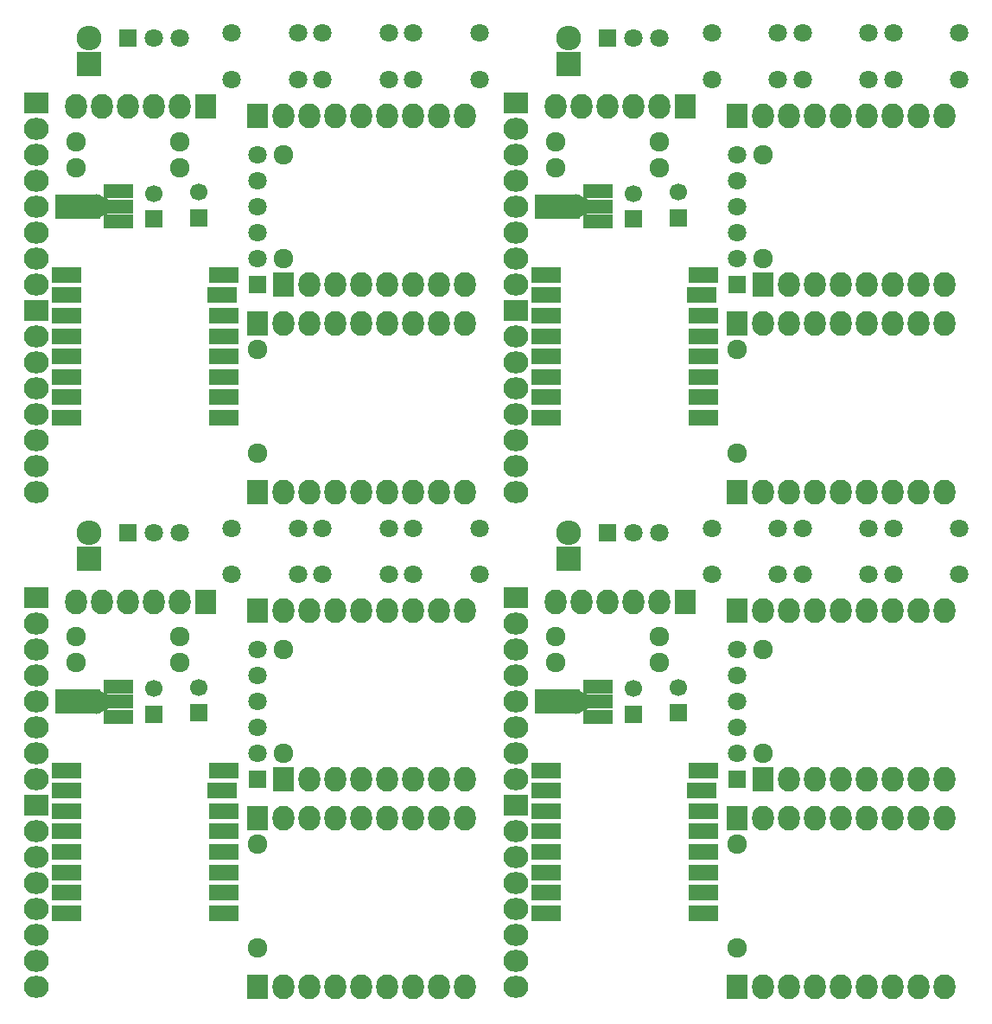
<source format=gbs>
G04 #@! TF.FileFunction,Soldermask,Bot*
%FSLAX46Y46*%
G04 Gerber Fmt 4.6, Leading zero omitted, Abs format (unit mm)*
G04 Created by KiCad (PCBNEW 4.0.2-stable) date Thursday, August 11, 2016 'pmt' 07:15:48 pm*
%MOMM*%
G01*
G04 APERTURE LIST*
%ADD10C,0.100000*%
%ADD11R,2.901900X1.400760*%
%ADD12R,4.400500X2.398980*%
%ADD13R,2.900000X1.500000*%
%ADD14R,2.127200X2.432000*%
%ADD15O,2.127200X2.432000*%
%ADD16R,1.797000X1.797000*%
%ADD17C,1.797000*%
%ADD18R,2.432000X2.432000*%
%ADD19O,2.432000X2.432000*%
%ADD20C,1.924000*%
%ADD21R,1.700000X1.700000*%
%ADD22C,1.700000*%
%ADD23R,2.432000X2.127200*%
%ADD24O,2.432000X2.127200*%
G04 APERTURE END LIST*
D10*
D11*
X70522940Y-79383860D03*
X70522940Y-80885000D03*
X70522940Y-82386140D03*
D12*
X66570700Y-80885000D03*
D10*
G36*
X69494850Y-81585380D02*
X68345550Y-82085760D01*
X68345550Y-79684240D01*
X69494850Y-80184620D01*
X69494850Y-81585380D01*
X69494850Y-81585380D01*
G37*
D11*
X23522940Y-79383860D03*
X23522940Y-80885000D03*
X23522940Y-82386140D03*
D12*
X19570700Y-80885000D03*
D10*
G36*
X22494850Y-81585380D02*
X21345550Y-82085760D01*
X21345550Y-79684240D01*
X22494850Y-80184620D01*
X22494850Y-81585380D01*
X22494850Y-81585380D01*
G37*
D11*
X70522940Y-30883860D03*
X70522940Y-32385000D03*
X70522940Y-33886140D03*
D12*
X66570700Y-32385000D03*
D10*
G36*
X69494850Y-33085380D02*
X68345550Y-33585760D01*
X68345550Y-31184240D01*
X69494850Y-31684620D01*
X69494850Y-33085380D01*
X69494850Y-33085380D01*
G37*
D13*
X65426200Y-101586000D03*
X65426200Y-99586000D03*
X65426200Y-97586000D03*
X65426200Y-95586000D03*
X65426200Y-93586000D03*
X65426200Y-91586000D03*
X65426200Y-89586000D03*
X65426200Y-87586000D03*
X80826200Y-87586000D03*
X80726200Y-89586000D03*
X80826200Y-91586000D03*
X80826200Y-93586000D03*
X80826200Y-95586000D03*
X80826200Y-97586000D03*
X80826200Y-99586000D03*
X80826200Y-101586000D03*
X18426200Y-101586000D03*
X18426200Y-99586000D03*
X18426200Y-97586000D03*
X18426200Y-95586000D03*
X18426200Y-93586000D03*
X18426200Y-91586000D03*
X18426200Y-89586000D03*
X18426200Y-87586000D03*
X33826200Y-87586000D03*
X33726200Y-89586000D03*
X33826200Y-91586000D03*
X33826200Y-93586000D03*
X33826200Y-95586000D03*
X33826200Y-97586000D03*
X33826200Y-99586000D03*
X33826200Y-101586000D03*
X65426200Y-53086000D03*
X65426200Y-51086000D03*
X65426200Y-49086000D03*
X65426200Y-47086000D03*
X65426200Y-45086000D03*
X65426200Y-43086000D03*
X65426200Y-41086000D03*
X65426200Y-39086000D03*
X80826200Y-39086000D03*
X80726200Y-41086000D03*
X80826200Y-43086000D03*
X80826200Y-45086000D03*
X80826200Y-47086000D03*
X80826200Y-49086000D03*
X80826200Y-51086000D03*
X80826200Y-53086000D03*
D14*
X79080200Y-71106000D03*
D15*
X76540200Y-71106000D03*
X74000200Y-71106000D03*
X71460200Y-71106000D03*
X68920200Y-71106000D03*
X66380200Y-71106000D03*
D14*
X32080200Y-71106000D03*
D15*
X29540200Y-71106000D03*
X27000200Y-71106000D03*
X24460200Y-71106000D03*
X21920200Y-71106000D03*
X19380200Y-71106000D03*
D14*
X79080200Y-22606000D03*
D15*
X76540200Y-22606000D03*
X74000200Y-22606000D03*
X71460200Y-22606000D03*
X68920200Y-22606000D03*
X66380200Y-22606000D03*
D16*
X71485600Y-64375000D03*
D17*
X74025600Y-64375000D03*
X76565600Y-64375000D03*
D16*
X24485600Y-64375000D03*
D17*
X27025600Y-64375000D03*
X29565600Y-64375000D03*
D16*
X71485600Y-15875000D03*
D17*
X74025600Y-15875000D03*
X76565600Y-15875000D03*
D18*
X67675600Y-66915000D03*
D19*
X67675600Y-64375000D03*
D18*
X20675600Y-66915000D03*
D19*
X20675600Y-64375000D03*
D18*
X67675600Y-18415000D03*
D19*
X67675600Y-15875000D03*
D17*
X105940700Y-63939000D03*
X105940700Y-68439000D03*
X99440700Y-63939000D03*
X99440700Y-68439000D03*
X58940700Y-63939000D03*
X58940700Y-68439000D03*
X52440700Y-63939000D03*
X52440700Y-68439000D03*
X105940700Y-15439000D03*
X105940700Y-19939000D03*
X99440700Y-15439000D03*
X99440700Y-19939000D03*
X97050700Y-63939000D03*
X97050700Y-68439000D03*
X90550700Y-63939000D03*
X90550700Y-68439000D03*
X50050700Y-63939000D03*
X50050700Y-68439000D03*
X43550700Y-63939000D03*
X43550700Y-68439000D03*
X97050700Y-15439000D03*
X97050700Y-19939000D03*
X90550700Y-15439000D03*
X90550700Y-19939000D03*
D14*
X84160200Y-71995000D03*
D15*
X86700200Y-71995000D03*
X89240200Y-71995000D03*
X91780200Y-71995000D03*
X94320200Y-71995000D03*
X96860200Y-71995000D03*
X99400200Y-71995000D03*
X101940200Y-71995000D03*
X104480200Y-71995000D03*
D14*
X37160200Y-71995000D03*
D15*
X39700200Y-71995000D03*
X42240200Y-71995000D03*
X44780200Y-71995000D03*
X47320200Y-71995000D03*
X49860200Y-71995000D03*
X52400200Y-71995000D03*
X54940200Y-71995000D03*
X57480200Y-71995000D03*
D14*
X84160200Y-23495000D03*
D15*
X86700200Y-23495000D03*
X89240200Y-23495000D03*
X91780200Y-23495000D03*
X94320200Y-23495000D03*
X96860200Y-23495000D03*
X99400200Y-23495000D03*
X101940200Y-23495000D03*
X104480200Y-23495000D03*
D17*
X88160700Y-63939000D03*
X88160700Y-68439000D03*
X81660700Y-63939000D03*
X81660700Y-68439000D03*
X41160700Y-63939000D03*
X41160700Y-68439000D03*
X34660700Y-63939000D03*
X34660700Y-68439000D03*
X88160700Y-15439000D03*
X88160700Y-19939000D03*
X81660700Y-15439000D03*
X81660700Y-19939000D03*
D20*
X66405600Y-77075000D03*
X76565600Y-77075000D03*
X19405600Y-77075000D03*
X29565600Y-77075000D03*
X66405600Y-28575000D03*
X76565600Y-28575000D03*
D21*
X74000200Y-82115000D03*
D22*
X74000200Y-79615000D03*
D21*
X27000200Y-82115000D03*
D22*
X27000200Y-79615000D03*
D21*
X74000200Y-33615000D03*
D22*
X74000200Y-31115000D03*
D20*
X66405600Y-74535000D03*
X76565600Y-74535000D03*
X19405600Y-74535000D03*
X29565600Y-74535000D03*
X66405600Y-26035000D03*
X76565600Y-26035000D03*
D23*
X62468600Y-70725000D03*
D24*
X62468600Y-73265000D03*
X62468600Y-75805000D03*
X62468600Y-78345000D03*
X62468600Y-80885000D03*
X62468600Y-83425000D03*
X62468600Y-85965000D03*
X62468600Y-88505000D03*
D23*
X15468600Y-70725000D03*
D24*
X15468600Y-73265000D03*
X15468600Y-75805000D03*
X15468600Y-78345000D03*
X15468600Y-80885000D03*
X15468600Y-83425000D03*
X15468600Y-85965000D03*
X15468600Y-88505000D03*
D23*
X62468600Y-22225000D03*
D24*
X62468600Y-24765000D03*
X62468600Y-27305000D03*
X62468600Y-29845000D03*
X62468600Y-32385000D03*
X62468600Y-34925000D03*
X62468600Y-37465000D03*
X62468600Y-40005000D03*
D21*
X78369000Y-81988000D03*
D22*
X78369000Y-79488000D03*
D21*
X31369000Y-81988000D03*
D22*
X31369000Y-79488000D03*
D21*
X78369000Y-33488000D03*
D22*
X78369000Y-30988000D03*
D23*
X62468600Y-91045000D03*
D24*
X62468600Y-93585000D03*
X62468600Y-96125000D03*
X62468600Y-98665000D03*
X62468600Y-101205000D03*
X62468600Y-103745000D03*
X62468600Y-106285000D03*
X62468600Y-108825000D03*
D23*
X15468600Y-91045000D03*
D24*
X15468600Y-93585000D03*
X15468600Y-96125000D03*
X15468600Y-98665000D03*
X15468600Y-101205000D03*
X15468600Y-103745000D03*
X15468600Y-106285000D03*
X15468600Y-108825000D03*
D23*
X62468600Y-42545000D03*
D24*
X62468600Y-45085000D03*
X62468600Y-47625000D03*
X62468600Y-50165000D03*
X62468600Y-52705000D03*
X62468600Y-55245000D03*
X62468600Y-57785000D03*
X62468600Y-60325000D03*
D14*
X84160200Y-108825000D03*
D15*
X86700200Y-108825000D03*
X89240200Y-108825000D03*
X91780200Y-108825000D03*
X94320200Y-108825000D03*
X96860200Y-108825000D03*
X99400200Y-108825000D03*
X101940200Y-108825000D03*
X104480200Y-108825000D03*
D14*
X37160200Y-108825000D03*
D15*
X39700200Y-108825000D03*
X42240200Y-108825000D03*
X44780200Y-108825000D03*
X47320200Y-108825000D03*
X49860200Y-108825000D03*
X52400200Y-108825000D03*
X54940200Y-108825000D03*
X57480200Y-108825000D03*
D14*
X84160200Y-60325000D03*
D15*
X86700200Y-60325000D03*
X89240200Y-60325000D03*
X91780200Y-60325000D03*
X94320200Y-60325000D03*
X96860200Y-60325000D03*
X99400200Y-60325000D03*
X101940200Y-60325000D03*
X104480200Y-60325000D03*
D20*
X84160200Y-94855000D03*
X84160200Y-105015000D03*
X37160200Y-94855000D03*
X37160200Y-105015000D03*
X84160200Y-46355000D03*
X84160200Y-56515000D03*
D14*
X86700200Y-88505000D03*
D15*
X89240200Y-88505000D03*
X91780200Y-88505000D03*
X94320200Y-88505000D03*
X96860200Y-88505000D03*
X99400200Y-88505000D03*
X101940200Y-88505000D03*
X104480200Y-88505000D03*
D14*
X39700200Y-88505000D03*
D15*
X42240200Y-88505000D03*
X44780200Y-88505000D03*
X47320200Y-88505000D03*
X49860200Y-88505000D03*
X52400200Y-88505000D03*
X54940200Y-88505000D03*
X57480200Y-88505000D03*
D14*
X86700200Y-40005000D03*
D15*
X89240200Y-40005000D03*
X91780200Y-40005000D03*
X94320200Y-40005000D03*
X96860200Y-40005000D03*
X99400200Y-40005000D03*
X101940200Y-40005000D03*
X104480200Y-40005000D03*
D20*
X86700200Y-85965000D03*
X86700200Y-75805000D03*
X39700200Y-85965000D03*
X39700200Y-75805000D03*
X86700200Y-37465000D03*
X86700200Y-27305000D03*
D14*
X84160200Y-92315000D03*
D15*
X86700200Y-92315000D03*
X89240200Y-92315000D03*
X91780200Y-92315000D03*
X94320200Y-92315000D03*
X96860200Y-92315000D03*
X99400200Y-92315000D03*
X101940200Y-92315000D03*
X104480200Y-92315000D03*
D14*
X37160200Y-92315000D03*
D15*
X39700200Y-92315000D03*
X42240200Y-92315000D03*
X44780200Y-92315000D03*
X47320200Y-92315000D03*
X49860200Y-92315000D03*
X52400200Y-92315000D03*
X54940200Y-92315000D03*
X57480200Y-92315000D03*
D14*
X84160200Y-43815000D03*
D15*
X86700200Y-43815000D03*
X89240200Y-43815000D03*
X91780200Y-43815000D03*
X94320200Y-43815000D03*
X96860200Y-43815000D03*
X99400200Y-43815000D03*
X101940200Y-43815000D03*
X104480200Y-43815000D03*
D16*
X84160200Y-88505000D03*
D17*
X84160200Y-85965000D03*
X84160200Y-83425000D03*
X84160200Y-80885000D03*
X84160200Y-78345000D03*
X84160200Y-75805000D03*
D16*
X37160200Y-88505000D03*
D17*
X37160200Y-85965000D03*
X37160200Y-83425000D03*
X37160200Y-80885000D03*
X37160200Y-78345000D03*
X37160200Y-75805000D03*
D16*
X84160200Y-40005000D03*
D17*
X84160200Y-37465000D03*
X84160200Y-34925000D03*
X84160200Y-32385000D03*
X84160200Y-29845000D03*
X84160200Y-27305000D03*
X58940700Y-15439000D03*
X58940700Y-19939000D03*
X52440700Y-15439000D03*
X52440700Y-19939000D03*
X50050700Y-15439000D03*
X50050700Y-19939000D03*
X43550700Y-15439000D03*
X43550700Y-19939000D03*
D11*
X23522940Y-30883860D03*
X23522940Y-32385000D03*
X23522940Y-33886140D03*
D12*
X19570700Y-32385000D03*
D10*
G36*
X22494850Y-33085380D02*
X21345550Y-33585760D01*
X21345550Y-31184240D01*
X22494850Y-31684620D01*
X22494850Y-33085380D01*
X22494850Y-33085380D01*
G37*
D16*
X24485600Y-15875000D03*
D17*
X27025600Y-15875000D03*
X29565600Y-15875000D03*
D16*
X37160200Y-40005000D03*
D17*
X37160200Y-37465000D03*
X37160200Y-34925000D03*
X37160200Y-32385000D03*
X37160200Y-29845000D03*
X37160200Y-27305000D03*
D20*
X19405600Y-26035000D03*
X29565600Y-26035000D03*
X37160200Y-46355000D03*
X37160200Y-56515000D03*
D14*
X37160200Y-60325000D03*
D15*
X39700200Y-60325000D03*
X42240200Y-60325000D03*
X44780200Y-60325000D03*
X47320200Y-60325000D03*
X49860200Y-60325000D03*
X52400200Y-60325000D03*
X54940200Y-60325000D03*
X57480200Y-60325000D03*
D14*
X37160200Y-43815000D03*
D15*
X39700200Y-43815000D03*
X42240200Y-43815000D03*
X44780200Y-43815000D03*
X47320200Y-43815000D03*
X49860200Y-43815000D03*
X52400200Y-43815000D03*
X54940200Y-43815000D03*
X57480200Y-43815000D03*
D14*
X39700200Y-40005000D03*
D15*
X42240200Y-40005000D03*
X44780200Y-40005000D03*
X47320200Y-40005000D03*
X49860200Y-40005000D03*
X52400200Y-40005000D03*
X54940200Y-40005000D03*
X57480200Y-40005000D03*
D14*
X37160200Y-23495000D03*
D15*
X39700200Y-23495000D03*
X42240200Y-23495000D03*
X44780200Y-23495000D03*
X47320200Y-23495000D03*
X49860200Y-23495000D03*
X52400200Y-23495000D03*
X54940200Y-23495000D03*
X57480200Y-23495000D03*
D23*
X15468600Y-42545000D03*
D24*
X15468600Y-45085000D03*
X15468600Y-47625000D03*
X15468600Y-50165000D03*
X15468600Y-52705000D03*
X15468600Y-55245000D03*
X15468600Y-57785000D03*
X15468600Y-60325000D03*
D23*
X15468600Y-22225000D03*
D24*
X15468600Y-24765000D03*
X15468600Y-27305000D03*
X15468600Y-29845000D03*
X15468600Y-32385000D03*
X15468600Y-34925000D03*
X15468600Y-37465000D03*
X15468600Y-40005000D03*
D20*
X39700200Y-37465000D03*
X39700200Y-27305000D03*
D14*
X32080200Y-22606000D03*
D15*
X29540200Y-22606000D03*
X27000200Y-22606000D03*
X24460200Y-22606000D03*
X21920200Y-22606000D03*
X19380200Y-22606000D03*
D20*
X19405600Y-28575000D03*
X29565600Y-28575000D03*
D21*
X27000200Y-33615000D03*
D22*
X27000200Y-31115000D03*
D17*
X41160700Y-15439000D03*
X41160700Y-19939000D03*
X34660700Y-15439000D03*
X34660700Y-19939000D03*
D21*
X31369000Y-33488000D03*
D22*
X31369000Y-30988000D03*
D13*
X18426200Y-53086000D03*
X18426200Y-51086000D03*
X18426200Y-49086000D03*
X18426200Y-47086000D03*
X18426200Y-45086000D03*
X18426200Y-43086000D03*
X18426200Y-41086000D03*
X18426200Y-39086000D03*
X33826200Y-39086000D03*
X33726200Y-41086000D03*
X33826200Y-43086000D03*
X33826200Y-45086000D03*
X33826200Y-47086000D03*
X33826200Y-49086000D03*
X33826200Y-51086000D03*
X33826200Y-53086000D03*
D18*
X20675600Y-18415000D03*
D19*
X20675600Y-15875000D03*
M02*

</source>
